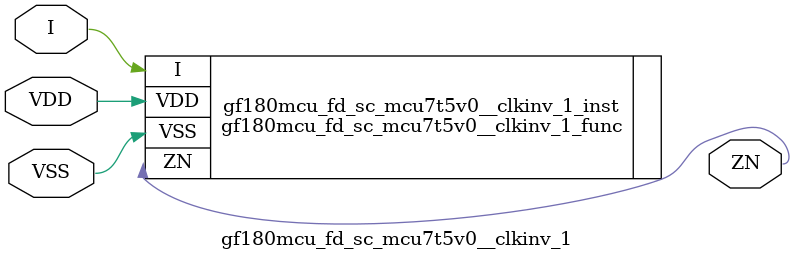
<source format=v>

module gf180mcu_fd_sc_mcu7t5v0__clkinv_1( I, ZN, VDD, VSS );
input I;
inout VDD, VSS;
output ZN;

   `ifdef FUNCTIONAL  //  functional //

	gf180mcu_fd_sc_mcu7t5v0__clkinv_1_func gf180mcu_fd_sc_mcu7t5v0__clkinv_1_behav_inst(.I(I),.ZN(ZN),.VDD(VDD),.VSS(VSS));

   `else

	gf180mcu_fd_sc_mcu7t5v0__clkinv_1_func gf180mcu_fd_sc_mcu7t5v0__clkinv_1_inst(.I(I),.ZN(ZN),.VDD(VDD),.VSS(VSS));

	// spec_gates_begin


	// spec_gates_end



   specify

	// specify_block_begin

	// comb arc I --> ZN
	 (I => ZN) = (1.0,1.0);

	// specify_block_end

   endspecify

   `endif

endmodule

</source>
